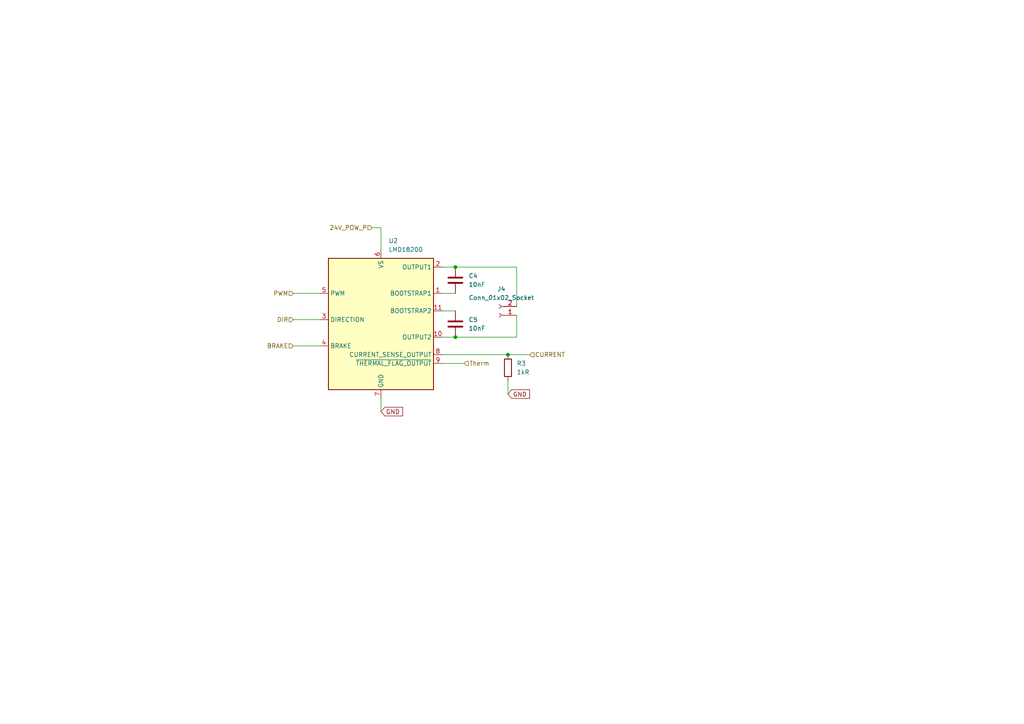
<source format=kicad_sch>
(kicad_sch (version 20231120) (generator "eeschema") (generator_version "8.0")
  (paper "A4")
  (lib_symbols
    (symbol "Connector:Conn_01x02_Socket" (pin_names (offset 1.016) hide)
      (property "Reference" "J" (at 0 2.54 0))
      (property "Value" "Conn_01x02_Socket" (at 0 -5.08 0))
      (symbol "Conn_01x02_Socket_1_1"
        (arc (start 0 -2.032) (mid -0.5058 -2.54) (end 0 -3.048) (stroke (width 0.1524)))
        (polyline (pts (xy -1.27 -2.54) (xy -0.508 -2.54)) (stroke (width 0.1524)))
        (polyline (pts (xy -1.27 0) (xy -0.508 0)) (stroke (width 0.1524)))
        (arc (start 0 0.508) (mid -0.5058 0) (end 0 -0.508) (stroke (width 0.1524)))
        (pin passive line (at -5.08 0 0) (length 3.81) (name "Pin_1") (number "1"))
        (pin passive line (at -5.08 -2.54 0) (length 3.81) (name "Pin_2") (number "2"))
      )
    )
    (symbol "Device:C" (pin_numbers hide) (pin_names (offset 0.254))
      (property "Reference" "C" (at 0.635 2.54 0))
      (property "Value" "C" (at 0.635 -2.54 0))
      (symbol "C_0_1"
        (polyline (pts (xy -2.032 -0.762) (xy 2.032 -0.762)) (stroke (width 0.508)))
        (polyline (pts (xy -2.032 0.762) (xy 2.032 0.762)) (stroke (width 0.508)))
      )
      (symbol "C_1_1"
        (pin passive line (at 0 3.81 270) (length 2.794) (name "~") (number "1"))
        (pin passive line (at 0 -3.81 90) (length 2.794) (name "~") (number "2"))
      )
    )
    (symbol "Device:R" (pin_numbers hide) (pin_names (offset 0))
      (property "Reference" "R" (at 2.032 0 90))
      (property "Value" "R" (at 0 0 90))
      (symbol "R_0_1"
        (rectangle (start -1.016 -2.54) (end 1.016 2.54) (stroke (width 0.254)))
      )
      (symbol "R_1_1"
        (pin passive line (at 0 3.81 270) (length 1.27) (name "~") (number "1"))
        (pin passive line (at 0 -3.81 90) (length 1.27) (name "~") (number "2"))
      )
    )
    (symbol "Driver_Motor:LMD18200"
      (property "Reference" "U" (at -12.7 19.05 0))
      (property "Value" "LMD18200" (at 15.24 19.05 0))
      (symbol "LMD18200_0_1"
        (rectangle (start -15.24 -20.32) (end 15.24 17.78) (stroke (width 0.254)) (fill (type background)))
      )
      (symbol "LMD18200_1_1"
        (pin passive line (at 17.78 7.62 180) (length 2.54) (name "BOOTSTRAP1") (number "1"))
        (pin output line (at 17.78 -5.08 180) (length 2.54) (name "OUTPUT2") (number "10"))
        (pin passive line (at 17.78 2.54 180) (length 2.54) (name "BOOTSTRAP2") (number "11"))
        (pin output line (at 17.78 15.24 180) (length 2.54) (name "OUTPUT1") (number "2"))
        (pin input line (at -17.78 0 0) (length 2.54) (name "DIRECTION") (number "3"))
        (pin input line (at -17.78 -7.62 0) (length 2.54) (name "BRAKE") (number "4"))
        (pin input line (at -17.78 7.62 0) (length 2.54) (name "PWM") (number "5"))
        (pin power_in line (at 0 20.32 270) (length 2.54) (name "VS") (number "6"))
        (pin power_in line (at 0 -22.86 90) (length 2.54) (name "GND") (number "7"))
        (pin output line (at 17.78 -10.16 180) (length 2.54) (name "CURRENT_SENSE_OUTPUT") (number "8"))
        (pin open_collector line (at 17.78 -12.7 180) (length 2.54) (name "~{THERMAL_FLAG_OUTPUT}") (number "9"))
      )
    )
  )
  (junction (at 132.08 97.79))
  (junction (at 132.08 77.47))
  (junction (at 147.32 102.87))
  (wire (pts (xy 128.27 102.87) (xy 147.32 102.87)))
  (wire (pts (xy 85.09 85.09) (xy 92.71 85.09)))
  (wire (pts (xy 128.27 105.41) (xy 134.62 105.41)))
  (wire (pts (xy 110.49 119.38) (xy 110.49 115.57)))
  (wire (pts (xy 85.09 92.71) (xy 92.71 92.71)))
  (wire (pts (xy 85.09 100.33) (xy 92.71 100.33)))
  (wire (pts (xy 149.86 77.47) (xy 149.86 88.9)))
  (wire (pts (xy 147.32 102.87) (xy 153.67 102.87)))
  (wire (pts (xy 132.08 90.17) (xy 128.27 90.17)))
  (wire (pts (xy 132.08 97.79) (xy 149.86 97.79)))
  (wire (pts (xy 149.86 97.79) (xy 149.86 91.44)))
  (wire (pts (xy 132.08 77.47) (xy 149.86 77.47)))
  (wire (pts (xy 110.49 66.04) (xy 110.49 72.39)))
  (wire (pts (xy 128.27 97.79) (xy 132.08 97.79)))
  (wire (pts (xy 128.27 77.47) (xy 132.08 77.47)))
  (wire (pts (xy 132.08 85.09) (xy 128.27 85.09)))
  (wire (pts (xy 107.95 66.04) (xy 110.49 66.04)))
  (wire (pts (xy 147.32 114.3) (xy 147.32 110.49)))
  (global_label "GND" (shape input) (at 147.32 114.3 0) (property "Intersheetrefs" "${INTERSHEET_REFS}" (effects (hide yes))))
  (global_label "GND" (shape input) (at 110.49 119.38 0) (property "Intersheetrefs" "${INTERSHEET_REFS}" (effects (hide yes))))
  (hierarchical_label "CURRENT" (shape input) (at 153.67 102.87 0))
  (hierarchical_label "PWM" (shape input) (at 85.09 85.09 180))
  (hierarchical_label "24V_POW_P" (shape input) (at 107.95 66.04 180))
  (hierarchical_label "DIR" (shape input) (at 85.09 92.71 180))
  (hierarchical_label "Therm" (shape input) (at 134.62 105.41 0))
  (hierarchical_label "BRAKE" (shape input) (at 85.09 100.33 180))
  (symbol (lib_id "Device:R") (at 147.32 106.68 180) (unit 1)
    (property "Reference" "R3" (at 149.86 105.4099 0) (effects (justify right)))
    (property "Value" "1kR" (at 149.86 107.9499 0) (effects (justify right)))
    (property "Footprint" "Resistor_SMD:R_0603_1608Metric" (effects (hide yes)))
    (property "LCSC#" "C2907113" (effects (hide yes)))
    (instances (project "motorBoardCan" (path "" (reference "R3") (unit 1)) (path "" (reference "R5") (unit 1))))
  )
  (symbol (lib_id "Driver_Motor:LMD18200") (at 110.49 92.71 0) (unit 1)
    (property "Reference" "U2" (at 112.6841 69.85 0) (effects (justify left)))
    (property "Value" "LMD18200" (at 112.6841 72.39 0) (effects (justify left)))
    (property "Footprint" "Package_TO_SOT_THT:TO-220-11_P3.4x5.08mm_StaggerOdd_Lead4.85mm_Vertical" (effects (hide yes)))
    (property "Datasheet" "http://www.ti.com/lit/ds/symlink/lmd18200.pdf" (effects (hide yes)))
    (property "Description" "3A, 55V H-Bridge, Motion Control Applications, TO-220-11" (effects (hide yes)))
    (property "LCSC#" "C117011" (effects (hide yes)))
    (instances (project "motorBoardCan" (path "" (reference "U2") (unit 1)) (path "" (reference "U6") (unit 1))))
  )
  (symbol (lib_id "Connector:Conn_01x02_Socket") (at 144.78 91.44 180) (unit 1)
    (property "Reference" "J4" (at 145.415 83.82 0))
    (property "Value" "Conn_01x02_Socket" (at 145.415 86.36 0))
    (property "Footprint" "Connector_Phoenix_MC:PhoenixContact_MC_1,5_2-G-3.81_1x02_P3.81mm_Horizontal" (effects (hide yes)))
    (property "Description" "Generic connector, single row, 01x02, script generated" (effects (hide yes)))
    (instances (project "motorBoardCan" (path "" (reference "J4") (unit 1)) (path "" (reference "J5") (unit 1))))
  )
  (symbol (lib_id "Device:C") (at 132.08 81.28 0) (unit 1)
    (property "Reference" "C4" (at 135.89 80.0099 0) (effects (justify left)))
    (property "Value" "10nF" (at 135.89 82.5499 0) (effects (justify left)))
    (property "Footprint" "Capacitor_SMD:C_0603_1608Metric" (effects (hide yes)))
    (property "Description" "Unpolarized capacitor" (effects (hide yes)))
    (property "LCSC#" "C57112" (effects (hide yes)))
    (instances (project "motorBoardCan" (path "" (reference "C4") (unit 1)) (path "" (reference "C8") (unit 1))))
  )
  (symbol (lib_id "Device:C") (at 132.08 93.98 0) (unit 1)
    (property "Reference" "C5" (at 135.89 92.7099 0) (effects (justify left)))
    (property "Value" "10nF" (at 135.89 95.2499 0) (effects (justify left)))
    (property "Footprint" "Capacitor_SMD:C_0603_1608Metric" (effects (hide yes)))
    (property "Description" "Unpolarized capacitor" (effects (hide yes)))
    (property "LCSC#" "C57112" (effects (hide yes)))
    (instances (project "motorBoardCan" (path "" (reference "C5") (unit 1)) (path "" (reference "C9") (unit 1))))
  )
)
</source>
